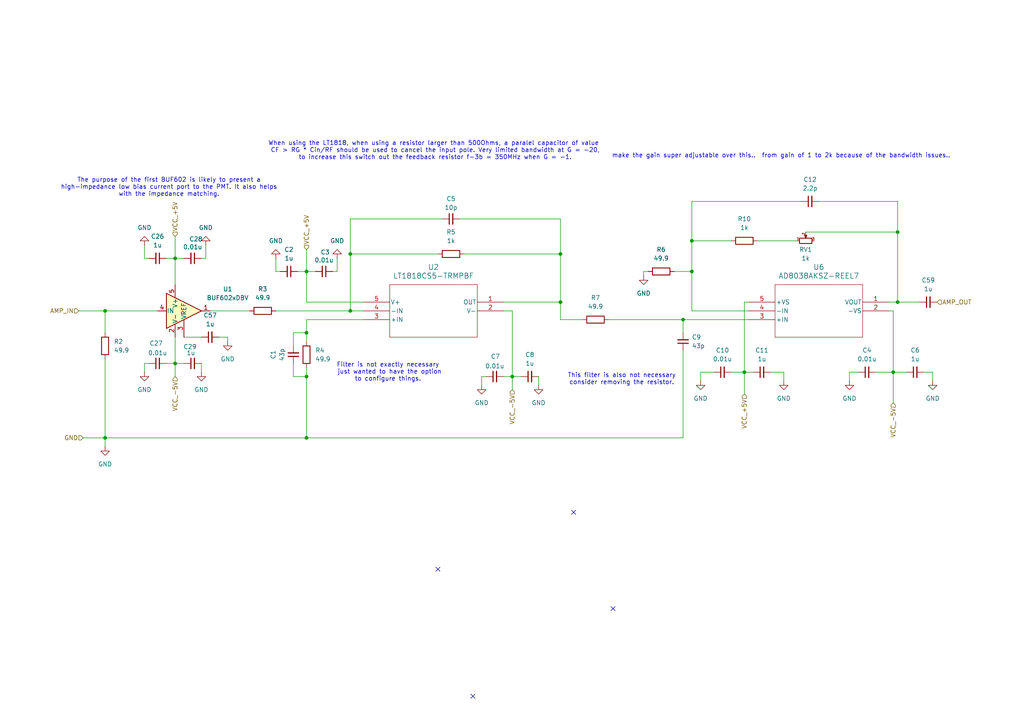
<source format=kicad_sch>
(kicad_sch (version 20250114) (generator "eeschema") (generator_version "9.0")
  (paper "A4")
  (lib_symbols
    (symbol "2025-07-23_18-11-30:AD8038AKSZ-REEL7" (pin_names (offset 0.254))
      (property "Reference" "U" (at 20.32 10.16 0))
      (property "Value" "AD8038AKSZ-REEL7" (at 20.32 7.62 0))
      (symbol "AD8038AKSZ-REEL7_0_1"
        (polyline (pts (xy 7.62 5.08) (xy 7.62 -10.16)) (stroke (width 0.127)))
        (polyline (pts (xy 7.62 -10.16) (xy 33.02 -10.16)) (stroke (width 0.127)))
        (polyline (pts (xy 33.02 5.08) (xy 7.62 5.08)) (stroke (width 0.127)))
        (polyline (pts (xy 33.02 -10.16) (xy 33.02 5.08)) (stroke (width 0.127)))
        (pin unspecified line (at 0 0 0) (length 7.62) (name "VOUT") (number "1"))
        (pin power_in line (at 0 -2.54 0) (length 7.62) (name "-VS") (number "2"))
        (pin power_in line (at 40.64 0 180) (length 7.62) (name "+VS") (number "5"))
        (pin unspecified line (at 40.64 -2.54 180) (length 7.62) (name "-IN") (number "4"))
        (pin unspecified line (at 40.64 -5.08 180) (length 7.62) (name "+IN") (number "3"))
      )
    )
    (symbol "Amplifier_Buffer:BUF602xDBV" (pin_names (offset 0.127))
      (property "Reference" "U" (at 6.35 2.54 0))
      (property "Value" "BUF602xDBV" (at 7.62 -2.54 0))
      (symbol "BUF602xDBV_0_1"
        (polyline (pts (xy 5.08 0) (xy -5.08 5.08) (xy -5.08 -5.08) (xy 5.08 0)) (stroke (width 0.254)) (fill (type background)))
      )
      (symbol "BUF602xDBV_1_1"
        (pin input line (at -7.62 0 0) (length 2.54) (name "IN") (number "4"))
        (pin power_in line (at -2.54 7.62 270) (length 3.81) (name "V+") (number "5"))
        (pin power_in line (at -2.54 -7.62 90) (length 3.81) (name "V-") (number "2"))
        (pin output line (at 0 -7.62 90) (length 5.08) (name "VREF") (number "3"))
        (pin output line (at 7.62 0 180) (length 2.54) (name "~") (number "1"))
      )
    )
    (symbol "Device:C_Small" (pin_numbers (hide yes)) (pin_names (offset 0.254) (hide yes))
      (property "Reference" "C" (at 0.254 1.778 0))
      (property "Value" "C_Small" (at 0.254 -2.032 0))
      (symbol "C_Small_0_1"
        (polyline (pts (xy -1.524 0.508) (xy 1.524 0.508)) (stroke (width 0.3048)))
        (polyline (pts (xy -1.524 -0.508) (xy 1.524 -0.508)) (stroke (width 0.3302)))
      )
      (symbol "C_Small_1_1"
        (pin passive line (at 0 2.54 270) (length 2.032) (name "~") (number "1"))
        (pin passive line (at 0 -2.54 90) (length 2.032) (name "~") (number "2"))
      )
    )
    (symbol "Device:R" (pin_numbers (hide yes)) (pin_names (offset 0))
      (property "Reference" "R" (at 2.032 0 90))
      (property "Value" "R" (at 0 0 90))
      (symbol "R_0_1"
        (rectangle (start -1.016 -2.54) (end 1.016 2.54) (stroke (width 0.254)))
      )
      (symbol "R_1_1"
        (pin passive line (at 0 3.81 270) (length 1.27) (name "~") (number "1"))
        (pin passive line (at 0 -3.81 90) (length 1.27) (name "~") (number "2"))
      )
    )
    (symbol "Device:R_Potentiometer_Small" (pin_names (offset 1.016) (hide yes))
      (property "Reference" "RV" (at -4.445 0 90))
      (property "Value" "R_Potentiometer_Small" (at -2.54 0 90))
      (symbol "R_Potentiometer_Small_0_1"
        (rectangle (start 0.762 1.8034) (end -0.762 -1.8034) (stroke (width 0.254)))
        (polyline (pts (xy 0.889 0) (xy 0.635 0) (xy 1.651 0.381) (xy 1.651 -0.381) (xy 0.635 0) (xy 0.889 0)) (fill (type outline)))
      )
      (symbol "R_Potentiometer_Small_1_1"
        (pin passive line (at 0 2.54 270) (length 0.635) (name "1") (number "1"))
        (pin passive line (at 0 -2.54 90) (length 0.635) (name "3") (number "3"))
        (pin passive line (at 2.54 0 180) (length 0.9906) (name "2") (number "2"))
      )
    )
    (symbol "lt1818:LT1818CS5-TRMPBF" (pin_names (offset 0.254))
      (property "Reference" "U" (at 20.32 10.16 0))
      (property "Value" "LT1818CS5-TRMPBF" (at 20.32 7.62 0))
      (symbol "LT1818CS5-TRMPBF_0_1"
        (polyline (pts (xy 7.62 5.08) (xy 7.62 -10.16)) (stroke (width 0.127)))
        (polyline (pts (xy 7.62 -10.16) (xy 33.02 -10.16)) (stroke (width 0.127)))
        (polyline (pts (xy 33.02 5.08) (xy 7.62 5.08)) (stroke (width 0.127)))
        (polyline (pts (xy 33.02 -10.16) (xy 33.02 5.08)) (stroke (width 0.127)))
        (pin output line (at 0 0 0) (length 7.62) (name "OUT") (number "1"))
        (pin power_in line (at 0 -2.54 0) (length 7.62) (name "V-") (number "2"))
        (pin power_in line (at 40.64 0 180) (length 7.62) (name "V+") (number "5"))
        (pin input line (at 40.64 -2.54 180) (length 7.62) (name "-IN") (number "4"))
        (pin input line (at 40.64 -5.08 180) (length 7.62) (name "+IN") (number "3"))
      )
    )
    (symbol "power:GND" (power) (pin_numbers (hide yes)) (pin_names (offset 0) (hide yes))
      (property "Value" "GND" (at 0 -3.81 0))
      (symbol "GND_0_1"
        (polyline (pts (xy 0 0) (xy 0 -1.27) (xy 1.27 -1.27) (xy 0 -2.54) (xy -1.27 -1.27) (xy 0 -1.27)))
      )
      (symbol "GND_1_1"
        (pin power_in line (at 0 0 270) (length 0) (name "~") (number "1"))
      )
    )
  )
  (text "make the gain super adjustable over this..  from gain of 1 to 2k because of the bandwidth issues..\n" (at 226.568 45.212 0) (effects (font (size 1.27 1.27))))
  (text "The purpose of the first BUF602 is likely to present a\n high-impedance low bias current port to the PMT. It also helps \nwith the impedance matching.\n\n" (at 49.022 55.372 0) (effects (font (size 1.27 1.27))))
  (text "When using the LT1818, when using a resistor larger than 500Ohms, a paralel capacitor of value \nCF > RG * Cin/RF should be used to cancel the input pole. Very limited bandwidth at G = -20,\nto increase this switch out the feedback resistor f-3b = 350MHz when G = -1.\n" (at 126.238 43.688 0) (effects (font (size 1.27 1.27))))
  (text "Filter is not exactly necessary\n just wanted to have the option\n to configure things. " (at 112.522 107.95 0) (effects (font (size 1.27 1.27))))
  (text "This filter is also not necessary\nconsider removing the resistor." (at 180.34 109.982 0) (effects (font (size 1.27 1.27))))
  (junction (at 50.8 105.41))
  (junction (at 260.35 87.63))
  (junction (at 162.56 87.63))
  (junction (at 162.56 73.66))
  (junction (at 200.66 78.74))
  (junction (at 259.08 107.95))
  (junction (at 30.48 127))
  (junction (at 101.6 73.66))
  (junction (at 148.59 109.22))
  (junction (at 101.6 90.17))
  (junction (at 200.66 69.85))
  (junction (at 88.9 78.74))
  (junction (at 88.9 96.52))
  (junction (at 260.35 67.31))
  (junction (at 50.8 74.93))
  (junction (at 88.9 109.22))
  (junction (at 88.9 127))
  (junction (at 30.48 90.17))
  (junction (at 215.9 107.95))
  (junction (at 198.12 92.71))
  (no_connect (at 127 165.1))
  (no_connect (at 137.16 201.93))
  (no_connect (at 284.48 255.27))
  (no_connect (at 177.8 176.53))
  (no_connect (at 166.37 148.59))
  (wire (pts (xy 22.86 90.17) (xy 30.48 90.17)))
  (wire (pts (xy 101.6 90.17) (xy 105.41 90.17)))
  (wire (pts (xy 198.12 101.6) (xy 198.12 127)))
  (wire (pts (xy 217.17 87.63) (xy 215.9 87.63)))
  (wire (pts (xy 227.33 107.95) (xy 227.33 110.49)))
  (wire (pts (xy 146.05 90.17) (xy 148.59 90.17)))
  (wire (pts (xy 88.9 92.71) (xy 88.9 96.52)))
  (wire (pts (xy 24.13 127) (xy 30.48 127)))
  (wire (pts (xy 217.17 90.17) (xy 200.66 90.17)))
  (wire (pts (xy 41.91 105.41) (xy 43.18 105.41)))
  (wire (pts (xy 30.48 104.14) (xy 30.48 127)))
  (wire (pts (xy 200.66 58.42) (xy 200.66 69.85)))
  (wire (pts (xy 259.08 107.95) (xy 259.08 116.84)))
  (wire (pts (xy 88.9 78.74) (xy 91.44 78.74)))
  (wire (pts (xy 200.66 78.74) (xy 200.66 90.17)))
  (wire (pts (xy 200.66 58.42) (xy 232.41 58.42)))
  (wire (pts (xy 212.09 107.95) (xy 215.9 107.95)))
  (wire (pts (xy 88.9 72.39) (xy 88.9 78.74)))
  (wire (pts (xy 88.9 109.22) (xy 88.9 127)))
  (wire (pts (xy 162.56 73.66) (xy 162.56 87.63)))
  (wire (pts (xy 96.52 78.74) (xy 97.79 78.74)))
  (wire (pts (xy 41.91 107.95) (xy 41.91 105.41)))
  (wire (pts (xy 53.34 97.79) (xy 58.42 97.79)))
  (wire (pts (xy 85.09 105.41) (xy 85.09 109.22)))
  (wire (pts (xy 156.21 109.22) (xy 156.21 111.76)))
  (wire (pts (xy 50.8 105.41) (xy 50.8 109.22)))
  (wire (pts (xy 200.66 69.85) (xy 200.66 78.74)))
  (wire (pts (xy 146.05 109.22) (xy 148.59 109.22)))
  (wire (pts (xy 200.66 69.85) (xy 212.09 69.85)))
  (wire (pts (xy 50.8 74.93) (xy 53.34 74.93)))
  (wire (pts (xy 176.53 92.71) (xy 198.12 92.71)))
  (wire (pts (xy 101.6 73.66) (xy 101.6 90.17)))
  (wire (pts (xy 186.69 78.74) (xy 186.69 80.01)))
  (wire (pts (xy 88.9 127) (xy 198.12 127)))
  (wire (pts (xy 88.9 96.52) (xy 88.9 99.06)))
  (wire (pts (xy 260.35 58.42) (xy 260.35 67.31)))
  (wire (pts (xy 50.8 74.93) (xy 50.8 82.55)))
  (wire (pts (xy 97.79 74.93) (xy 97.79 78.74)))
  (wire (pts (xy 58.42 74.93) (xy 59.69 74.93)))
  (wire (pts (xy 101.6 63.5) (xy 101.6 73.66)))
  (wire (pts (xy 260.35 87.63) (xy 266.7 87.63)))
  (wire (pts (xy 30.48 90.17) (xy 30.48 96.52)))
  (wire (pts (xy 127 73.66) (xy 101.6 73.66)))
  (wire (pts (xy 88.9 87.63) (xy 88.9 78.74)))
  (wire (pts (xy 219.71 69.85) (xy 231.14 69.85)))
  (wire (pts (xy 50.8 97.79) (xy 50.8 105.41)))
  (wire (pts (xy 148.59 109.22) (xy 148.59 113.03)))
  (wire (pts (xy 133.35 63.5) (xy 162.56 63.5)))
  (wire (pts (xy 148.59 109.22) (xy 151.13 109.22)))
  (wire (pts (xy 215.9 87.63) (xy 215.9 107.95)))
  (wire (pts (xy 105.41 87.63) (xy 88.9 87.63)))
  (wire (pts (xy 195.58 78.74) (xy 200.66 78.74)))
  (wire (pts (xy 86.36 78.74) (xy 88.9 78.74)))
  (wire (pts (xy 187.96 78.74) (xy 186.69 78.74)))
  (wire (pts (xy 80.01 74.93) (xy 80.01 78.74)))
  (wire (pts (xy 139.7 109.22) (xy 140.97 109.22)))
  (wire (pts (xy 215.9 107.95) (xy 218.44 107.95)))
  (wire (pts (xy 59.69 71.12) (xy 59.69 74.93)))
  (wire (pts (xy 105.41 92.71) (xy 88.9 92.71)))
  (wire (pts (xy 30.48 90.17) (xy 45.72 90.17)))
  (wire (pts (xy 148.59 90.17) (xy 148.59 109.22)))
  (wire (pts (xy 63.5 97.79) (xy 66.04 97.79)))
  (wire (pts (xy 85.09 109.22) (xy 88.9 109.22)))
  (wire (pts (xy 85.09 96.52) (xy 88.9 96.52)))
  (wire (pts (xy 260.35 67.31) (xy 260.35 87.63)))
  (wire (pts (xy 198.12 92.71) (xy 217.17 92.71)))
  (wire (pts (xy 233.68 67.31) (xy 260.35 67.31)))
  (wire (pts (xy 259.08 107.95) (xy 262.89 107.95)))
  (wire (pts (xy 267.97 107.95) (xy 270.51 107.95)))
  (wire (pts (xy 60.96 90.17) (xy 72.39 90.17)))
  (wire (pts (xy 80.01 90.17) (xy 101.6 90.17)))
  (wire (pts (xy 203.2 107.95) (xy 203.2 110.49)))
  (wire (pts (xy 162.56 63.5) (xy 162.56 73.66)))
  (wire (pts (xy 259.08 90.17) (xy 259.08 107.95)))
  (wire (pts (xy 41.91 74.93) (xy 43.18 74.93)))
  (wire (pts (xy 246.38 107.95) (xy 246.38 110.49)))
  (wire (pts (xy 58.42 105.41) (xy 58.42 107.95)))
  (wire (pts (xy 248.92 107.95) (xy 246.38 107.95)))
  (wire (pts (xy 207.01 107.95) (xy 203.2 107.95)))
  (wire (pts (xy 128.27 63.5) (xy 101.6 63.5)))
  (wire (pts (xy 259.08 90.17) (xy 257.81 90.17)))
  (wire (pts (xy 85.09 100.33) (xy 85.09 96.52)))
  (wire (pts (xy 215.9 107.95) (xy 215.9 114.3)))
  (wire (pts (xy 254 107.95) (xy 259.08 107.95)))
  (wire (pts (xy 30.48 127) (xy 30.48 129.54)))
  (wire (pts (xy 260.35 87.63) (xy 257.81 87.63)))
  (wire (pts (xy 80.01 78.74) (xy 81.28 78.74)))
  (wire (pts (xy 146.05 87.63) (xy 162.56 87.63)))
  (wire (pts (xy 48.26 105.41) (xy 50.8 105.41)))
  (wire (pts (xy 50.8 105.41) (xy 53.34 105.41)))
  (wire (pts (xy 223.52 107.95) (xy 227.33 107.95)))
  (wire (pts (xy 198.12 92.71) (xy 198.12 96.52)))
  (wire (pts (xy 88.9 106.68) (xy 88.9 109.22)))
  (wire (pts (xy 48.26 74.93) (xy 50.8 74.93)))
  (wire (pts (xy 41.91 71.12) (xy 41.91 74.93)))
  (wire (pts (xy 162.56 87.63) (xy 162.56 92.71)))
  (wire (pts (xy 162.56 92.71) (xy 168.91 92.71)))
  (wire (pts (xy 30.48 127) (xy 88.9 127)))
  (wire (pts (xy 66.04 97.79) (xy 66.04 99.06)))
  (wire (pts (xy 139.7 111.76) (xy 139.7 109.22)))
  (wire (pts (xy 134.62 73.66) (xy 162.56 73.66)))
  (wire (pts (xy 237.49 58.42) (xy 260.35 58.42)))
  (wire (pts (xy 50.8 68.58) (xy 50.8 74.93)))
  (wire (pts (xy 270.51 107.95) (xy 270.51 110.49)))
  (hierarchical_label "VCC_-5V" (shape input) (at 148.59 113.03 270))
  (hierarchical_label "VCC_+5V" (shape input) (at 50.8 68.58 90))
  (hierarchical_label "VCC_-5V" (shape input) (at 50.8 109.22 270))
  (hierarchical_label "VCC_+5V" (shape input) (at 215.9 114.3 270))
  (hierarchical_label "GND" (shape input) (at 24.13 127 180))
  (hierarchical_label "AMP_OUT" (shape input) (at 271.78 87.63 0))
  (hierarchical_label "VCC_+5V" (shape input) (at 88.9 72.39 90))
  (hierarchical_label "AMP_IN" (shape input) (at 22.86 90.17 180))
  (hierarchical_label "VCC_-5V" (shape input) (at 259.08 116.84 270))
  (symbol (lib_id "Device:R") (at 191.77 78.74 90) (unit 1)
    (property "Reference" "R6" (at 191.77 72.39 90))
    (property "Value" "49.9" (at 191.77 74.93 90))
    (property "Footprint" "Resistor_SMD:R_0805_2012Metric" (effects (hide yes)))
    (property "Description" "Resistor" (effects (hide yes)))
    (instances (project "bellamu" (path "" (reference "R6") (unit 1)) (path "" (reference "R22") (unit 1))))
  )
  (symbol (lib_id "Device:C_Small") (at 209.55 107.95 90) (unit 1)
    (property "Reference" "C10" (at 209.5563 101.6 90))
    (property "Value" "0.01u" (at 209.5563 104.14 90))
    (property "Footprint" "Capacitor_SMD:C_0603_1608Metric" (effects (hide yes)))
    (property "Description" "Unpolarized capacitor, small symbol" (effects (hide yes)))
    (instances (project "bellamu" (path "" (reference "C10") (unit 1)) (path "" (reference "C43") (unit 1))))
  )
  (symbol (lib_id "power:GND") (at 30.48 129.54 0) (unit 1)
    (property "Reference" "#PWR010" (effects (hide yes)))
    (property "Value" "GND" (at 30.48 134.62 0))
    (property "Description" "Power symbol creates a global label with name \"GND\" , ground" (effects (hide yes)))
    (instances (project "bellamu" (path "" (reference "#PWR010") (unit 1)) (path "" (reference "#PWR067") (unit 1))))
  )
  (symbol (lib_id "Device:R") (at 172.72 92.71 90) (unit 1)
    (property "Reference" "R7" (at 172.72 86.36 90))
    (property "Value" "49.9" (at 172.72 88.9 90))
    (property "Footprint" "Resistor_SMD:R_0805_2012Metric" (effects (hide yes)))
    (property "Description" "Resistor" (effects (hide yes)))
    (instances (project "bellamu" (path "" (reference "R7") (unit 1)) (path "" (reference "R21") (unit 1))))
  )
  (symbol (lib_id "Device:C_Small") (at 93.98 78.74 270) (unit 1)
    (property "Reference" "C3" (at 92.964 73.152 90) (effects (justify left)))
    (property "Value" "0.01u" (at 91.186 75.438 90) (effects (justify left)))
    (property "Footprint" "Capacitor_SMD:C_0603_1608Metric" (effects (hide yes)))
    (property "Description" "Unpolarized capacitor, small symbol" (effects (hide yes)))
    (instances (project "bellamu" (path "" (reference "C3") (unit 1)) (path "" (reference "C37") (unit 1))))
  )
  (symbol (lib_id "power:GND") (at 58.42 107.95 0) (unit 1)
    (property "Reference" "#PWR034" (effects (hide yes)))
    (property "Value" "GND" (at 58.42 113.03 0))
    (property "Description" "Power symbol creates a global label with name \"GND\" , ground" (effects (hide yes)))
    (instances (project "bellamu" (path "" (reference "#PWR034") (unit 1)) (path "" (reference "#PWR070") (unit 1))))
  )
  (symbol (lib_id "Device:R") (at 76.2 90.17 90) (unit 1)
    (property "Reference" "R3" (at 76.2 83.82 90))
    (property "Value" "49.9" (at 76.2 86.36 90))
    (property "Footprint" "Resistor_SMD:R_0805_2012Metric" (effects (hide yes)))
    (property "Description" "Resistor" (effects (hide yes)))
    (instances (project "bellamu" (path "" (reference "R3") (unit 1)) (path "" (reference "R18") (unit 1))))
  )
  (symbol (lib_id "Device:R") (at 88.9 102.87 180) (unit 1)
    (property "Reference" "R4" (at 91.44 101.5999 0) (effects (justify right)))
    (property "Value" "49.9" (at 91.44 104.1399 0) (effects (justify right)))
    (property "Footprint" "Resistor_SMD:R_0805_2012Metric" (effects (hide yes)))
    (property "Description" "Resistor" (effects (hide yes)))
    (instances (project "bellamu" (path "" (reference "R4") (unit 1)) (path "" (reference "R19") (unit 1))))
  )
  (symbol (lib_id "Device:C_Small") (at 85.09 102.87 180) (unit 1)
    (property "Reference" "C1" (at 79.248 102.87 90))
    (property "Value" "43p" (at 81.788 102.87 90))
    (property "Footprint" "Capacitor_SMD:C_0805_2012Metric_Pad1.18x1.45mm_HandSolder" (effects (hide yes)))
    (property "Description" "Unpolarized capacitor, small symbol" (effects (hide yes)))
    (instances (project "bellamu" (path "" (reference "C1") (unit 1)) (path "" (reference "C35") (unit 1))))
  )
  (symbol (lib_id "power:GND") (at 246.38 110.49 0) (unit 1)
    (property "Reference" "#PWR013" (effects (hide yes)))
    (property "Value" "GND" (at 246.38 115.57 0))
    (property "Description" "Power symbol creates a global label with name \"GND\" , ground" (effects (hide yes)))
    (instances (project "bellamu" (path "" (reference "#PWR013") (unit 1)) (path "" (reference "#PWR079") (unit 1))))
  )
  (symbol (lib_id "lt1818:LT1818CS5-TRMPBF") (at 146.05 87.63 0) (mirror y) (unit 1)
    (property "Reference" "U2" (at 125.73 77.47 0) (effects (font (size 1.524 1.524))))
    (property "Value" "LT1818CS5-TRMPBF" (at 125.73 80.01 0) (effects (font (size 1.524 1.524))))
    (property "Footprint" "lt1818:S_5_ADI" (effects (hide yes)))
    (property "Datasheet" "https://www.analog.com/media/en/technical-documentation/data-sheets/18189fb.pdf" (effects (hide yes)))
    (instances (project "" (path "" (reference "U2") (unit 1)) (path "" (reference "U8") (unit 1))))
  )
  (symbol (lib_id "power:GND") (at 203.2 110.49 0) (unit 1)
    (property "Reference" "#PWR017" (effects (hide yes)))
    (property "Value" "GND" (at 203.2 115.57 0))
    (property "Description" "Power symbol creates a global label with name \"GND\" , ground" (effects (hide yes)))
    (instances (project "bellamu" (path "" (reference "#PWR017") (unit 1)) (path "" (reference "#PWR077") (unit 1))))
  )
  (symbol (lib_id "power:GND") (at 139.7 111.76 0) (unit 1)
    (property "Reference" "#PWR022" (effects (hide yes)))
    (property "Value" "GND" (at 139.7 116.84 0))
    (property "Description" "Power symbol creates a global label with name \"GND\" , ground" (effects (hide yes)))
    (instances (project "bellamu" (path "" (reference "#PWR022") (unit 1)) (path "" (reference "#PWR074") (unit 1))))
  )
  (symbol (lib_id "Amplifier_Buffer:BUF602xDBV") (at 53.34 90.17 0) (unit 1)
    (property "Reference" "U1" (at 66.04 83.8514 0))
    (property "Value" "BUF602xDBV" (at 66.04 86.3914 0))
    (property "Footprint" "Package_TO_SOT_SMD:SOT-23-5" (effects (hide yes)))
    (property "Datasheet" "http://www.ti.com/lit/ds/symlink/buf602.pdf" (effects (hide yes)))
    (property "Description" "High-Speed, 1000 MHz, Closed-Loop Buffer, SOT23-5" (effects (hide yes)))
    (instances (project "" (path "" (reference "U1") (unit 1)) (path "" (reference "U7") (unit 1))))
  )
  (symbol (lib_id "power:GND") (at 41.91 107.95 0) (unit 1)
    (property "Reference" "#PWR033" (effects (hide yes)))
    (property "Value" "GND" (at 41.91 113.03 0))
    (property "Description" "Power symbol creates a global label with name \"GND\" , ground" (effects (hide yes)))
    (instances (project "bellamu" (path "" (reference "#PWR033") (unit 1)) (path "" (reference "#PWR069") (unit 1))))
  )
  (symbol (lib_id "Device:C_Small") (at 251.46 107.95 90) (unit 1)
    (property "Reference" "C4" (at 251.4663 101.6 90))
    (property "Value" "0.01u" (at 251.4663 104.14 90))
    (property "Footprint" "Capacitor_SMD:C_0603_1608Metric" (effects (hide yes)))
    (property "Description" "Unpolarized capacitor, small symbol" (effects (hide yes)))
    (instances (project "bellamu" (path "" (reference "C4") (unit 1)) (path "" (reference "C46") (unit 1))))
  )
  (symbol (lib_id "power:GND") (at 270.51 110.49 0) (unit 1)
    (property "Reference" "#PWR024" (effects (hide yes)))
    (property "Value" "GND" (at 270.51 115.57 0))
    (property "Description" "Power symbol creates a global label with name \"GND\" , ground" (effects (hide yes)))
    (instances (project "bellamu" (path "" (reference "#PWR024") (unit 1)) (path "" (reference "#PWR080") (unit 1))))
  )
  (symbol (lib_id "Device:C_Small") (at 234.95 58.42 90) (unit 1)
    (property "Reference" "C12" (at 234.9563 52.07 90))
    (property "Value" "2.2p" (at 234.9563 54.61 90))
    (property "Footprint" "Capacitor_SMD:C_0805_2012Metric" (effects (hide yes)))
    (property "Description" "Unpolarized capacitor, small symbol" (effects (hide yes)))
    (instances (project "bellamu" (path "" (reference "C12") (unit 1)) (path "" (reference "C45") (unit 1))))
  )
  (symbol (lib_id "power:GND") (at 80.01 74.93 180) (unit 1)
    (property "Reference" "#PWR012" (effects (hide yes)))
    (property "Value" "GND" (at 80.01 69.85 0))
    (property "Description" "Power symbol creates a global label with name \"GND\" , ground" (effects (hide yes)))
    (instances (project "bellamu" (path "" (reference "#PWR012") (unit 1)) (path "" (reference "#PWR072") (unit 1))))
  )
  (symbol (lib_id "power:GND") (at 97.79 74.93 180) (unit 1)
    (property "Reference" "#PWR016" (effects (hide yes)))
    (property "Value" "GND" (at 97.79 69.85 0))
    (property "Description" "Power symbol creates a global label with name \"GND\" , ground" (effects (hide yes)))
    (instances (project "bellamu" (path "" (reference "#PWR016") (unit 1)) (path "" (reference "#PWR073") (unit 1))))
  )
  (symbol (lib_id "Device:C_Small") (at 55.88 105.41 90) (unit 1)
    (property "Reference" "C29" (at 55.118 100.584 90))
    (property "Value" "1u" (at 55.372 102.362 90))
    (property "Footprint" "Capacitor_SMD:C_0603_1608Metric" (effects (hide yes)))
    (property "Description" "Unpolarized capacitor, small symbol" (effects (hide yes)))
    (instances (project "bellamu" (path "" (reference "C29") (unit 1)) (path "" (reference "C33") (unit 1))))
  )
  (symbol (lib_id "Device:R_Potentiometer_Small") (at 233.68 69.85 90) (unit 1)
    (property "Reference" "RV1" (at 233.68 72.39 90))
    (property "Value" "1k" (at 233.68 74.93 90))
    (property "Footprint" "Potentiometer_THT:Potentiometer_Bourns_3266W_Vertical" (effects (hide yes)))
    (property "Description" "Potentiometer" (effects (hide yes)))
    (instances (project "" (path "" (reference "RV1") (unit 1)) (path "" (reference "RV2") (unit 1))))
  )
  (symbol (lib_id "Device:R") (at 30.48 100.33 0) (unit 1)
    (property "Reference" "R2" (at 33.02 99.0599 0) (effects (justify left)))
    (property "Value" "49.9" (at 33.02 101.5999 0) (effects (justify left)))
    (property "Footprint" "Resistor_SMD:R_0805_2012Metric" (effects (hide yes)))
    (property "Description" "Resistor" (effects (hide yes)))
    (instances (project "bellamu" (path "" (reference "R2") (unit 1)) (path "" (reference "R17") (unit 1))))
  )
  (symbol (lib_id "Device:C_Small") (at 55.88 74.93 270) (unit 1)
    (property "Reference" "C28" (at 54.864 69.342 90) (effects (justify left)))
    (property "Value" "0.01u" (at 53.086 71.628 90) (effects (justify left)))
    (property "Footprint" "Capacitor_SMD:C_0603_1608Metric" (effects (hide yes)))
    (property "Description" "Unpolarized capacitor, small symbol" (effects (hide yes)))
    (instances (project "bellamu" (path "" (reference "C28") (unit 1)) (path "" (reference "C32") (unit 1))))
  )
  (symbol (lib_id "Device:C_Small") (at 220.98 107.95 90) (unit 1)
    (property "Reference" "C11" (at 220.9863 101.6 90))
    (property "Value" "1u" (at 220.9863 104.14 90))
    (property "Footprint" "Capacitor_SMD:C_0603_1608Metric" (effects (hide yes)))
    (property "Description" "Unpolarized capacitor, small symbol" (effects (hide yes)))
    (instances (project "bellamu" (path "" (reference "C11") (unit 1)) (path "" (reference "C44") (unit 1))))
  )
  (symbol (lib_id "Device:C_Small") (at 45.72 105.41 90) (unit 1)
    (property "Reference" "C27" (at 47.244 99.568 90) (effects (justify left)))
    (property "Value" "0.01u" (at 48.514 102.362 90) (effects (justify left)))
    (property "Footprint" "Capacitor_SMD:C_0603_1608Metric" (effects (hide yes)))
    (property "Description" "Unpolarized capacitor, small symbol" (effects (hide yes)))
    (instances (project "bellamu" (path "" (reference "C27") (unit 1)) (path "" (reference "C31") (unit 1))))
  )
  (symbol (lib_id "Device:C_Small") (at 60.96 97.79 90) (unit 1)
    (property "Reference" "C57" (at 60.9663 91.44 90))
    (property "Value" "1u" (at 60.9663 93.98 90))
    (property "Footprint" "Capacitor_SMD:C_0603_1608Metric" (effects (hide yes)))
    (property "Description" "Unpolarized capacitor, small symbol" (effects (hide yes)))
    (instances (project "bellamu" (path "" (reference "C57") (unit 1)) (path "" (reference "C58") (unit 1))))
  )
  (symbol (lib_id "Device:C_Small") (at 269.24 87.63 90) (unit 1)
    (property "Reference" "C59" (at 269.2463 81.28 90))
    (property "Value" "1u" (at 269.2463 83.82 90))
    (property "Footprint" "Capacitor_SMD:C_0805_2012Metric" (effects (hide yes)))
    (property "Description" "Unpolarized capacitor, small symbol" (effects (hide yes)))
    (instances (project "bellamu" (path "" (reference "C59") (unit 1)) (path "" (reference "C60") (unit 1))))
  )
  (symbol (lib_id "Device:C_Small") (at 45.72 74.93 270) (unit 1)
    (property "Reference" "C26" (at 45.7136 68.58 90))
    (property "Value" "1u" (at 45.7136 71.12 90))
    (property "Footprint" "Capacitor_SMD:C_0603_1608Metric" (effects (hide yes)))
    (property "Description" "Unpolarized capacitor, small symbol" (effects (hide yes)))
    (instances (project "bellamu" (path "" (reference "C26") (unit 1)) (path "" (reference "C30") (unit 1))))
  )
  (symbol (lib_id "power:GND") (at 186.69 80.01 0) (unit 1)
    (property "Reference" "#PWR014" (effects (hide yes)))
    (property "Value" "GND" (at 186.69 85.09 0))
    (property "Description" "Power symbol creates a global label with name \"GND\" , ground" (effects (hide yes)))
    (instances (project "bellamu" (path "" (reference "#PWR014") (unit 1)) (path "" (reference "#PWR076") (unit 1))))
  )
  (symbol (lib_id "2025-07-23_18-11-30:AD8038AKSZ-REEL7") (at 257.81 87.63 0) (mirror y) (unit 1)
    (property "Reference" "U6" (at 237.49 77.47 0) (effects (font (size 1.524 1.524))))
    (property "Value" "AD8038AKSZ-REEL7" (at 237.49 80.01 0) (effects (font (size 1.524 1.524))))
    (property "Footprint" "ad8038:KS_5_ADI-M" (effects (hide yes)))
    (property "Datasheet" "https://www.analog.com/media/en/technical-documentation/data-sheets/AD8038_8039.pdf" (effects (hide yes)))
    (instances (project "" (path "" (reference "U6") (unit 1)) (path "" (reference "U9") (unit 1))))
  )
  (symbol (lib_id "Device:C_Small") (at 153.67 109.22 90) (unit 1)
    (property "Reference" "C8" (at 153.6763 102.87 90))
    (property "Value" "1u" (at 153.6763 105.41 90))
    (property "Footprint" "Capacitor_SMD:C_0603_1608Metric" (effects (hide yes)))
    (property "Description" "Unpolarized capacitor, small symbol" (effects (hide yes)))
    (instances (project "bellamu" (path "" (reference "C8") (unit 1)) (path "" (reference "C41") (unit 1))))
  )
  (symbol (lib_id "Device:C_Small") (at 143.51 109.22 90) (unit 1)
    (property "Reference" "C7" (at 145.034 103.378 90) (effects (justify left)))
    (property "Value" "0.01u" (at 146.304 106.172 90) (effects (justify left)))
    (property "Footprint" "Capacitor_SMD:C_0603_1608Metric" (effects (hide yes)))
    (property "Description" "Unpolarized capacitor, small symbol" (effects (hide yes)))
    (instances (project "bellamu" (path "" (reference "C7") (unit 1)) (path "" (reference "C39") (unit 1))))
  )
  (symbol (lib_id "power:GND") (at 41.91 71.12 180) (unit 1)
    (property "Reference" "#PWR031" (effects (hide yes)))
    (property "Value" "GND" (at 41.91 66.04 0))
    (property "Description" "Power symbol creates a global label with name \"GND\" , ground" (effects (hide yes)))
    (instances (project "bellamu" (path "" (reference "#PWR031") (unit 1)) (path "" (reference "#PWR068") (unit 1))))
  )
  (symbol (lib_id "Device:C_Small") (at 83.82 78.74 270) (unit 1)
    (property "Reference" "C2" (at 83.8136 72.39 90))
    (property "Value" "1u" (at 83.8136 74.93 90))
    (property "Footprint" "Capacitor_SMD:C_0603_1608Metric" (effects (hide yes)))
    (property "Description" "Unpolarized capacitor, small symbol" (effects (hide yes)))
    (instances (project "bellamu" (path "" (reference "C2") (unit 1)) (path "" (reference "C36") (unit 1))))
  )
  (symbol (lib_id "power:GND") (at 227.33 110.49 0) (unit 1)
    (property "Reference" "#PWR023" (effects (hide yes)))
    (property "Value" "GND" (at 227.33 115.57 0))
    (property "Description" "Power symbol creates a global label with name \"GND\" , ground" (effects (hide yes)))
    (instances (project "bellamu" (path "" (reference "#PWR023") (unit 1)) (path "" (reference "#PWR078") (unit 1))))
  )
  (symbol (lib_id "power:GND") (at 156.21 111.76 0) (unit 1)
    (property "Reference" "#PWR015" (effects (hide yes)))
    (property "Value" "GND" (at 156.21 116.84 0))
    (property "Description" "Power symbol creates a global label with name \"GND\" , ground" (effects (hide yes)))
    (instances (project "bellamu" (path "" (reference "#PWR015") (unit 1)) (path "" (reference "#PWR075") (unit 1))))
  )
  (symbol (lib_id "Device:R") (at 215.9 69.85 90) (unit 1)
    (property "Reference" "R10" (at 215.9 63.5 90))
    (property "Value" "1k" (at 215.9 66.04 90))
    (property "Footprint" "Resistor_SMD:R_0805_2012Metric" (effects (hide yes)))
    (property "Description" "Resistor" (effects (hide yes)))
    (instances (project "bellamu" (path "" (reference "R10") (unit 1)) (path "" (reference "R25") (unit 1))))
  )
  (symbol (lib_id "Device:C_Small") (at 265.43 107.95 90) (unit 1)
    (property "Reference" "C6" (at 265.4363 101.6 90))
    (property "Value" "1u" (at 265.4363 104.14 90))
    (property "Footprint" "Capacitor_SMD:C_0603_1608Metric" (effects (hide yes)))
    (property "Description" "Unpolarized capacitor, small symbol" (effects (hide yes)))
    (instances (project "bellamu" (path "" (reference "C6") (unit 1)) (path "" (reference "C47") (unit 1))))
  )
  (symbol (lib_id "Device:R") (at 130.81 73.66 90) (unit 1)
    (property "Reference" "R5" (at 130.81 67.31 90))
    (property "Value" "1k" (at 130.81 69.85 90))
    (property "Footprint" "Resistor_SMD:R_0805_2012Metric" (effects (hide yes)))
    (property "Description" "Resistor" (effects (hide yes)))
    (instances (project "bellamu" (path "" (reference "R5") (unit 1)) (path "" (reference "R20") (unit 1))))
  )
  (symbol (lib_id "power:GND") (at 66.04 99.06 0) (unit 1)
    (property "Reference" "#PWR096" (effects (hide yes)))
    (property "Value" "GND" (at 66.04 104.14 0))
    (property "Description" "Power symbol creates a global label with name \"GND\" , ground" (effects (hide yes)))
    (instances (project "bellamu" (path "" (reference "#PWR096") (unit 1)) (path "" (reference "#PWR097") (unit 1))))
  )
  (symbol (lib_id "power:GND") (at 59.69 71.12 180) (unit 1)
    (property "Reference" "#PWR032" (effects (hide yes)))
    (property "Value" "GND" (at 59.69 66.04 0))
    (property "Description" "Power symbol creates a global label with name \"GND\" , ground" (effects (hide yes)))
    (instances (project "bellamu" (path "" (reference "#PWR032") (unit 1)) (path "" (reference "#PWR071") (unit 1))))
  )
  (symbol (lib_id "Device:C_Small") (at 198.12 99.06 180) (unit 1)
    (property "Reference" "C9" (at 200.66 97.7835 0) (effects (justify right)))
    (property "Value" "43p" (at 200.66 100.3235 0) (effects (justify right)))
    (property "Footprint" "Capacitor_SMD:C_0805_2012Metric" (effects (hide yes)))
    (property "Description" "Unpolarized capacitor, small symbol" (effects (hide yes)))
    (instances (project "bellamu" (path "" (reference "C9") (unit 1)) (path "" (reference "C42") (unit 1))))
  )
  (symbol (lib_id "Device:C_Small") (at 130.81 63.5 90) (unit 1)
    (property "Reference" "C5" (at 130.81 57.658 90))
    (property "Value" "10p" (at 130.81 60.198 90))
    (property "Footprint" "Capacitor_SMD:C_0805_2012Metric" (effects (hide yes)))
    (property "Description" "Unpolarized capacitor, small symbol" (effects (hide yes)))
    (instances (project "bellamu" (path "" (reference "C5") (unit 1)) (path "" (reference "C38") (unit 1))))
  )
)
</source>
